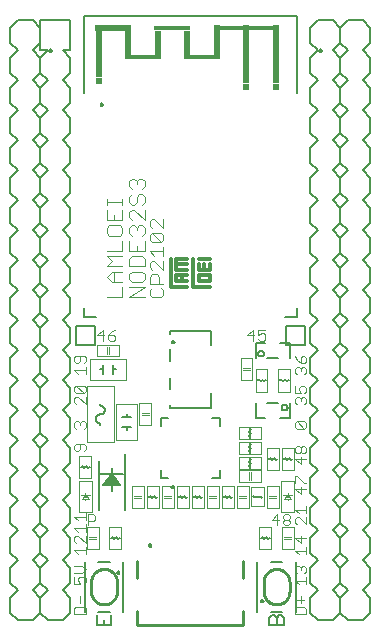
<source format=gto>
G75*
%MOIN*%
%OFA0B0*%
%FSLAX25Y25*%
%IPPOS*%
%LPD*%
%AMOC8*
5,1,8,0,0,1.08239X$1,22.5*
%
%ADD10C,0.00300*%
%ADD11C,0.00400*%
%ADD12C,0.00700*%
%ADD13C,0.00787*%
%ADD14C,0.00800*%
%ADD15C,0.01000*%
%ADD16C,0.00500*%
%ADD17C,0.00100*%
%ADD18C,0.00394*%
%ADD19C,0.00600*%
%ADD20C,0.01200*%
%ADD21R,0.02117X0.17521*%
%ADD22R,0.11867X0.01867*%
%ADD23R,0.02062X0.09639*%
%ADD24R,0.11874X0.01831*%
%ADD25R,0.02025X0.09616*%
%ADD26R,0.11856X0.01752*%
%ADD27R,0.01978X0.09612*%
%ADD28R,0.11822X0.01704*%
%ADD29R,0.01923X0.09572*%
%ADD30R,0.21593X0.01805*%
%ADD31R,0.01867X0.19540*%
%ADD32R,0.01900X0.19531*%
%ADD33R,0.01878X0.01846*%
%ADD34R,0.01913X0.01851*%
%ADD35R,0.02056X0.01859*%
%ADD36R,0.01931X0.05650*%
D10*
X0023480Y0007209D02*
X0023480Y0009060D01*
X0024097Y0009677D01*
X0026565Y0009677D01*
X0027183Y0009060D01*
X0027183Y0007209D01*
X0023480Y0007209D01*
X0025331Y0010892D02*
X0025331Y0013361D01*
X0025331Y0017209D02*
X0023480Y0017209D01*
X0023480Y0019677D01*
X0023480Y0020892D02*
X0025948Y0020892D01*
X0027183Y0022126D01*
X0025948Y0023361D01*
X0023480Y0023361D01*
X0024714Y0027209D02*
X0023480Y0028443D01*
X0027183Y0028443D01*
X0027183Y0027209D02*
X0027183Y0029677D01*
X0027183Y0030892D02*
X0024714Y0033361D01*
X0024097Y0033361D01*
X0023480Y0032743D01*
X0023480Y0031509D01*
X0024097Y0030892D01*
X0027183Y0030892D02*
X0027183Y0033361D01*
X0027183Y0034709D02*
X0027183Y0037177D01*
X0027925Y0036825D02*
X0027925Y0040528D01*
X0029776Y0040528D01*
X0030393Y0039911D01*
X0030393Y0038677D01*
X0029776Y0038059D01*
X0027925Y0038059D01*
X0027183Y0038392D02*
X0027183Y0040861D01*
X0027183Y0039626D02*
X0023480Y0039626D01*
X0024714Y0038392D01*
X0023480Y0035943D02*
X0027183Y0035943D01*
X0024714Y0034709D02*
X0023480Y0035943D01*
X0025331Y0019677D02*
X0024714Y0019060D01*
X0024714Y0018443D01*
X0025331Y0017209D01*
X0026565Y0017209D02*
X0027183Y0017826D01*
X0027183Y0019060D01*
X0026565Y0019677D01*
X0025331Y0019677D01*
X0024714Y0061517D02*
X0025331Y0062134D01*
X0025331Y0063986D01*
X0024097Y0063986D02*
X0023480Y0063368D01*
X0023480Y0062134D01*
X0024097Y0061517D01*
X0024714Y0061517D01*
X0024097Y0063986D02*
X0026565Y0063986D01*
X0027183Y0063368D01*
X0027183Y0062134D01*
X0026565Y0061517D01*
X0026565Y0069017D02*
X0027183Y0069634D01*
X0027183Y0070868D01*
X0026565Y0071486D01*
X0025948Y0071486D01*
X0025331Y0070868D01*
X0025331Y0070251D01*
X0025331Y0070868D02*
X0024714Y0071486D01*
X0024097Y0071486D01*
X0023480Y0070868D01*
X0023480Y0069634D01*
X0024097Y0069017D01*
X0024097Y0077209D02*
X0023480Y0077826D01*
X0023480Y0079060D01*
X0024097Y0079677D01*
X0024714Y0079677D01*
X0027183Y0077209D01*
X0027183Y0079677D01*
X0026565Y0080892D02*
X0024097Y0083361D01*
X0026565Y0083361D01*
X0027183Y0082743D01*
X0027183Y0081509D01*
X0026565Y0080892D01*
X0024097Y0080892D01*
X0023480Y0081509D01*
X0023480Y0082743D01*
X0024097Y0083361D01*
X0024714Y0087209D02*
X0023480Y0088443D01*
X0027183Y0088443D01*
X0027183Y0087209D02*
X0027183Y0089677D01*
X0026565Y0090892D02*
X0027183Y0091509D01*
X0027183Y0092743D01*
X0026565Y0093361D01*
X0024097Y0093361D01*
X0023480Y0092743D01*
X0023480Y0091509D01*
X0024097Y0090892D01*
X0024714Y0090892D01*
X0025331Y0091509D01*
X0025331Y0093361D01*
X0030983Y0100177D02*
X0033451Y0100177D01*
X0034666Y0100177D02*
X0036517Y0100177D01*
X0037135Y0099559D01*
X0037135Y0098942D01*
X0036517Y0098325D01*
X0035283Y0098325D01*
X0034666Y0098942D01*
X0034666Y0100177D01*
X0035900Y0101411D01*
X0037135Y0102028D01*
X0032834Y0102028D02*
X0032834Y0098325D01*
X0030983Y0100177D02*
X0032834Y0102028D01*
X0080983Y0100177D02*
X0083451Y0100177D01*
X0084666Y0100177D02*
X0084666Y0102028D01*
X0087135Y0102028D01*
X0086517Y0100794D02*
X0087135Y0100177D01*
X0087135Y0098942D01*
X0086517Y0098325D01*
X0085283Y0098325D01*
X0084666Y0098942D01*
X0084666Y0100177D02*
X0085900Y0100794D01*
X0086517Y0100794D01*
X0082834Y0102028D02*
X0082834Y0098325D01*
X0080983Y0100177D02*
X0082834Y0102028D01*
X0096980Y0093227D02*
X0097597Y0091993D01*
X0098831Y0090758D01*
X0098831Y0092610D01*
X0099448Y0093227D01*
X0100065Y0093227D01*
X0100683Y0092610D01*
X0100683Y0091375D01*
X0100065Y0090758D01*
X0098831Y0090758D01*
X0098214Y0089544D02*
X0097597Y0089544D01*
X0096980Y0088927D01*
X0096980Y0087692D01*
X0097597Y0087075D01*
X0098831Y0088309D02*
X0098831Y0088927D01*
X0099448Y0089544D01*
X0100065Y0089544D01*
X0100683Y0088927D01*
X0100683Y0087692D01*
X0100065Y0087075D01*
X0098831Y0088927D02*
X0098214Y0089544D01*
X0098831Y0083227D02*
X0100065Y0083227D01*
X0100683Y0082610D01*
X0100683Y0081375D01*
X0100065Y0080758D01*
X0100065Y0079544D02*
X0100683Y0078927D01*
X0100683Y0077692D01*
X0100065Y0077075D01*
X0098831Y0078309D02*
X0098831Y0078927D01*
X0099448Y0079544D01*
X0100065Y0079544D01*
X0098831Y0078927D02*
X0098214Y0079544D01*
X0097597Y0079544D01*
X0096980Y0078927D01*
X0096980Y0077692D01*
X0097597Y0077075D01*
X0096980Y0080758D02*
X0098831Y0080758D01*
X0098214Y0081993D01*
X0098214Y0082610D01*
X0098831Y0083227D01*
X0096980Y0083227D02*
X0096980Y0080758D01*
X0097597Y0071419D02*
X0100065Y0068950D01*
X0100683Y0069567D01*
X0100683Y0070802D01*
X0100065Y0071419D01*
X0097597Y0071419D01*
X0096980Y0070802D01*
X0096980Y0069567D01*
X0097597Y0068950D01*
X0100065Y0068950D01*
X0100065Y0063227D02*
X0100683Y0062610D01*
X0100683Y0061375D01*
X0100065Y0060758D01*
X0099448Y0060758D01*
X0098831Y0061375D01*
X0098831Y0062610D01*
X0099448Y0063227D01*
X0100065Y0063227D01*
X0098831Y0062610D02*
X0098214Y0063227D01*
X0097597Y0063227D01*
X0096980Y0062610D01*
X0096980Y0061375D01*
X0097597Y0060758D01*
X0098214Y0060758D01*
X0098831Y0061375D01*
X0098831Y0059544D02*
X0098831Y0057075D01*
X0096980Y0058927D01*
X0100683Y0058927D01*
X0097597Y0053227D02*
X0100065Y0050758D01*
X0100683Y0050758D01*
X0100683Y0048927D02*
X0096980Y0048927D01*
X0098831Y0047075D01*
X0098831Y0049544D01*
X0096980Y0050758D02*
X0096980Y0053227D01*
X0097597Y0053227D01*
X0100683Y0043227D02*
X0100683Y0040758D01*
X0100683Y0039544D02*
X0100683Y0037075D01*
X0098214Y0039544D01*
X0097597Y0039544D01*
X0096980Y0038927D01*
X0096980Y0037692D01*
X0097597Y0037075D01*
X0095393Y0037442D02*
X0094776Y0036825D01*
X0093542Y0036825D01*
X0092925Y0037442D01*
X0092925Y0038059D01*
X0093542Y0038677D01*
X0094776Y0038677D01*
X0095393Y0038059D01*
X0095393Y0037442D01*
X0094776Y0038677D02*
X0095393Y0039294D01*
X0095393Y0039911D01*
X0094776Y0040528D01*
X0093542Y0040528D01*
X0092925Y0039911D01*
X0092925Y0039294D01*
X0093542Y0038677D01*
X0091710Y0038677D02*
X0089241Y0038677D01*
X0091093Y0040528D01*
X0091093Y0036825D01*
X0096980Y0032610D02*
X0098831Y0030758D01*
X0098831Y0033227D01*
X0096980Y0032610D02*
X0100683Y0032610D01*
X0100683Y0029544D02*
X0100683Y0027075D01*
X0100683Y0028309D02*
X0096980Y0028309D01*
X0098214Y0027075D01*
X0098214Y0023227D02*
X0097597Y0023227D01*
X0096980Y0022610D01*
X0096980Y0021375D01*
X0097597Y0020758D01*
X0098831Y0021993D02*
X0098831Y0022610D01*
X0099448Y0023227D01*
X0100065Y0023227D01*
X0100683Y0022610D01*
X0100683Y0021375D01*
X0100065Y0020758D01*
X0100683Y0019544D02*
X0100683Y0017075D01*
X0100683Y0018309D02*
X0096980Y0018309D01*
X0098214Y0017075D01*
X0098831Y0013227D02*
X0098831Y0010758D01*
X0097597Y0009544D02*
X0096980Y0008927D01*
X0096980Y0007075D01*
X0100683Y0007075D01*
X0100683Y0008927D01*
X0100065Y0009544D01*
X0097597Y0009544D01*
X0097597Y0011993D02*
X0100065Y0011993D01*
X0098831Y0022610D02*
X0098214Y0023227D01*
X0098214Y0040758D02*
X0096980Y0041993D01*
X0100683Y0041993D01*
D11*
X0052365Y0112750D02*
X0053133Y0113517D01*
X0053133Y0115052D01*
X0052365Y0115819D01*
X0051598Y0117354D02*
X0051598Y0119656D01*
X0050831Y0120423D01*
X0049296Y0120423D01*
X0048529Y0119656D01*
X0048529Y0117354D01*
X0053133Y0117354D01*
X0052365Y0112750D02*
X0049296Y0112750D01*
X0048529Y0113517D01*
X0048529Y0115052D01*
X0049296Y0115819D01*
X0046883Y0116220D02*
X0041678Y0116220D01*
X0042546Y0117906D02*
X0041678Y0118774D01*
X0041678Y0120509D01*
X0042546Y0121376D01*
X0046015Y0121376D01*
X0046883Y0120509D01*
X0046883Y0118774D01*
X0046015Y0117906D01*
X0042546Y0117906D01*
X0041678Y0123063D02*
X0041678Y0125665D01*
X0042546Y0126532D01*
X0046015Y0126532D01*
X0046883Y0125665D01*
X0046883Y0123063D01*
X0041678Y0123063D01*
X0039383Y0123063D02*
X0034178Y0123063D01*
X0035913Y0124798D01*
X0034178Y0126532D01*
X0039383Y0126532D01*
X0039383Y0128219D02*
X0039383Y0131689D01*
X0038515Y0133376D02*
X0039383Y0134243D01*
X0039383Y0135978D01*
X0038515Y0136845D01*
X0035046Y0136845D01*
X0034178Y0135978D01*
X0034178Y0134243D01*
X0035046Y0133376D01*
X0038515Y0133376D01*
X0041678Y0134243D02*
X0041678Y0135978D01*
X0042546Y0136845D01*
X0043413Y0136845D01*
X0044280Y0135978D01*
X0045148Y0136845D01*
X0046015Y0136845D01*
X0046883Y0135978D01*
X0046883Y0134243D01*
X0046015Y0133376D01*
X0046883Y0131689D02*
X0046883Y0128219D01*
X0041678Y0128219D01*
X0041678Y0131689D01*
X0042546Y0133376D02*
X0041678Y0134243D01*
X0044280Y0135110D02*
X0044280Y0135978D01*
X0042546Y0138532D02*
X0041678Y0139399D01*
X0041678Y0141134D01*
X0042546Y0142002D01*
X0043413Y0142002D01*
X0046883Y0138532D01*
X0046883Y0142002D01*
X0046015Y0143688D02*
X0046883Y0144556D01*
X0046883Y0146291D01*
X0046015Y0147158D01*
X0045148Y0147158D01*
X0044280Y0146291D01*
X0044280Y0144556D01*
X0043413Y0143688D01*
X0042546Y0143688D01*
X0041678Y0144556D01*
X0041678Y0146291D01*
X0042546Y0147158D01*
X0042546Y0148845D02*
X0041678Y0149712D01*
X0041678Y0151447D01*
X0042546Y0152314D01*
X0043413Y0152314D01*
X0044280Y0151447D01*
X0045148Y0152314D01*
X0046015Y0152314D01*
X0046883Y0151447D01*
X0046883Y0149712D01*
X0046015Y0148845D01*
X0044280Y0150580D02*
X0044280Y0151447D01*
X0039383Y0145423D02*
X0039383Y0143688D01*
X0039383Y0144556D02*
X0034178Y0144556D01*
X0034178Y0145423D02*
X0034178Y0143688D01*
X0034178Y0142002D02*
X0034178Y0138532D01*
X0039383Y0138532D01*
X0039383Y0142002D01*
X0036780Y0140267D02*
X0036780Y0138532D01*
X0034178Y0128219D02*
X0039383Y0128219D01*
X0044280Y0128219D02*
X0044280Y0129954D01*
X0048529Y0128096D02*
X0053133Y0128096D01*
X0053133Y0126562D02*
X0053133Y0129631D01*
X0052365Y0131166D02*
X0049296Y0134235D01*
X0052365Y0134235D01*
X0053133Y0133468D01*
X0053133Y0131933D01*
X0052365Y0131166D01*
X0049296Y0131166D01*
X0048529Y0131933D01*
X0048529Y0133468D01*
X0049296Y0134235D01*
X0049296Y0135770D02*
X0048529Y0136537D01*
X0048529Y0138072D01*
X0049296Y0138839D01*
X0050063Y0138839D01*
X0053133Y0135770D01*
X0053133Y0138839D01*
X0048529Y0128096D02*
X0050063Y0126562D01*
X0050063Y0125027D02*
X0049296Y0125027D01*
X0048529Y0124260D01*
X0048529Y0122725D01*
X0049296Y0121958D01*
X0050063Y0125027D02*
X0053133Y0121958D01*
X0053133Y0125027D01*
X0046883Y0116220D02*
X0041678Y0112750D01*
X0046883Y0112750D01*
X0039383Y0112750D02*
X0039383Y0116220D01*
X0039383Y0117906D02*
X0035913Y0117906D01*
X0034178Y0119641D01*
X0035913Y0121376D01*
X0039383Y0121376D01*
X0036780Y0121376D02*
X0036780Y0117906D01*
X0034178Y0112750D02*
X0039383Y0112750D01*
D12*
X0035795Y0006794D02*
X0035795Y0003525D01*
X0030891Y0003525D01*
X0030891Y0006794D01*
X0033343Y0005160D02*
X0033343Y0003525D01*
X0088391Y0003525D02*
X0088391Y0005977D01*
X0089208Y0006794D01*
X0090026Y0006794D01*
X0090843Y0005977D01*
X0090843Y0003525D01*
X0090843Y0005977D02*
X0091660Y0006794D01*
X0092478Y0006794D01*
X0093295Y0005977D01*
X0093295Y0003525D01*
X0088391Y0003525D01*
D13*
X0085714Y0011576D02*
X0085716Y0011615D01*
X0085722Y0011654D01*
X0085732Y0011692D01*
X0085745Y0011729D01*
X0085762Y0011764D01*
X0085782Y0011798D01*
X0085806Y0011829D01*
X0085833Y0011858D01*
X0085862Y0011884D01*
X0085894Y0011907D01*
X0085928Y0011927D01*
X0085964Y0011943D01*
X0086001Y0011955D01*
X0086040Y0011964D01*
X0086079Y0011969D01*
X0086118Y0011970D01*
X0086157Y0011967D01*
X0086196Y0011960D01*
X0086233Y0011949D01*
X0086270Y0011935D01*
X0086305Y0011917D01*
X0086338Y0011896D01*
X0086369Y0011871D01*
X0086397Y0011844D01*
X0086422Y0011814D01*
X0086444Y0011781D01*
X0086463Y0011747D01*
X0086478Y0011711D01*
X0086490Y0011673D01*
X0086498Y0011635D01*
X0086502Y0011596D01*
X0086502Y0011556D01*
X0086498Y0011517D01*
X0086490Y0011479D01*
X0086478Y0011441D01*
X0086463Y0011405D01*
X0086444Y0011371D01*
X0086422Y0011338D01*
X0086397Y0011308D01*
X0086369Y0011281D01*
X0086338Y0011256D01*
X0086305Y0011235D01*
X0086270Y0011217D01*
X0086233Y0011203D01*
X0086196Y0011192D01*
X0086157Y0011185D01*
X0086118Y0011182D01*
X0086079Y0011183D01*
X0086040Y0011188D01*
X0086001Y0011197D01*
X0085964Y0011209D01*
X0085928Y0011225D01*
X0085894Y0011245D01*
X0085862Y0011268D01*
X0085833Y0011294D01*
X0085806Y0011323D01*
X0085782Y0011354D01*
X0085762Y0011388D01*
X0085745Y0011423D01*
X0085732Y0011460D01*
X0085722Y0011498D01*
X0085716Y0011537D01*
X0085714Y0011576D01*
X0055783Y0049558D02*
X0055785Y0049597D01*
X0055791Y0049636D01*
X0055801Y0049674D01*
X0055814Y0049711D01*
X0055831Y0049746D01*
X0055851Y0049780D01*
X0055875Y0049811D01*
X0055902Y0049840D01*
X0055931Y0049866D01*
X0055963Y0049889D01*
X0055997Y0049909D01*
X0056033Y0049925D01*
X0056070Y0049937D01*
X0056109Y0049946D01*
X0056148Y0049951D01*
X0056187Y0049952D01*
X0056226Y0049949D01*
X0056265Y0049942D01*
X0056302Y0049931D01*
X0056339Y0049917D01*
X0056374Y0049899D01*
X0056407Y0049878D01*
X0056438Y0049853D01*
X0056466Y0049826D01*
X0056491Y0049796D01*
X0056513Y0049763D01*
X0056532Y0049729D01*
X0056547Y0049693D01*
X0056559Y0049655D01*
X0056567Y0049617D01*
X0056571Y0049578D01*
X0056571Y0049538D01*
X0056567Y0049499D01*
X0056559Y0049461D01*
X0056547Y0049423D01*
X0056532Y0049387D01*
X0056513Y0049353D01*
X0056491Y0049320D01*
X0056466Y0049290D01*
X0056438Y0049263D01*
X0056407Y0049238D01*
X0056374Y0049217D01*
X0056339Y0049199D01*
X0056302Y0049185D01*
X0056265Y0049174D01*
X0056226Y0049167D01*
X0056187Y0049164D01*
X0056148Y0049165D01*
X0056109Y0049170D01*
X0056070Y0049179D01*
X0056033Y0049191D01*
X0055997Y0049207D01*
X0055963Y0049227D01*
X0055931Y0049250D01*
X0055902Y0049276D01*
X0055875Y0049305D01*
X0055851Y0049336D01*
X0055831Y0049370D01*
X0055814Y0049405D01*
X0055801Y0049442D01*
X0055791Y0049480D01*
X0055785Y0049519D01*
X0055783Y0049558D01*
X0048303Y0030050D02*
X0048305Y0030089D01*
X0048311Y0030128D01*
X0048321Y0030166D01*
X0048334Y0030203D01*
X0048351Y0030238D01*
X0048371Y0030272D01*
X0048395Y0030303D01*
X0048422Y0030332D01*
X0048451Y0030358D01*
X0048483Y0030381D01*
X0048517Y0030401D01*
X0048553Y0030417D01*
X0048590Y0030429D01*
X0048629Y0030438D01*
X0048668Y0030443D01*
X0048707Y0030444D01*
X0048746Y0030441D01*
X0048785Y0030434D01*
X0048822Y0030423D01*
X0048859Y0030409D01*
X0048894Y0030391D01*
X0048927Y0030370D01*
X0048958Y0030345D01*
X0048986Y0030318D01*
X0049011Y0030288D01*
X0049033Y0030255D01*
X0049052Y0030221D01*
X0049067Y0030185D01*
X0049079Y0030147D01*
X0049087Y0030109D01*
X0049091Y0030070D01*
X0049091Y0030030D01*
X0049087Y0029991D01*
X0049079Y0029953D01*
X0049067Y0029915D01*
X0049052Y0029879D01*
X0049033Y0029845D01*
X0049011Y0029812D01*
X0048986Y0029782D01*
X0048958Y0029755D01*
X0048927Y0029730D01*
X0048894Y0029709D01*
X0048859Y0029691D01*
X0048822Y0029677D01*
X0048785Y0029666D01*
X0048746Y0029659D01*
X0048707Y0029656D01*
X0048668Y0029657D01*
X0048629Y0029662D01*
X0048590Y0029671D01*
X0048553Y0029683D01*
X0048517Y0029699D01*
X0048483Y0029719D01*
X0048451Y0029742D01*
X0048422Y0029768D01*
X0048395Y0029797D01*
X0048371Y0029828D01*
X0048351Y0029862D01*
X0048334Y0029897D01*
X0048321Y0029934D01*
X0048311Y0029972D01*
X0048305Y0030011D01*
X0048303Y0030050D01*
X0037663Y0021024D02*
X0037665Y0021063D01*
X0037671Y0021102D01*
X0037681Y0021140D01*
X0037694Y0021177D01*
X0037711Y0021212D01*
X0037731Y0021246D01*
X0037755Y0021277D01*
X0037782Y0021306D01*
X0037811Y0021332D01*
X0037843Y0021355D01*
X0037877Y0021375D01*
X0037913Y0021391D01*
X0037950Y0021403D01*
X0037989Y0021412D01*
X0038028Y0021417D01*
X0038067Y0021418D01*
X0038106Y0021415D01*
X0038145Y0021408D01*
X0038182Y0021397D01*
X0038219Y0021383D01*
X0038254Y0021365D01*
X0038287Y0021344D01*
X0038318Y0021319D01*
X0038346Y0021292D01*
X0038371Y0021262D01*
X0038393Y0021229D01*
X0038412Y0021195D01*
X0038427Y0021159D01*
X0038439Y0021121D01*
X0038447Y0021083D01*
X0038451Y0021044D01*
X0038451Y0021004D01*
X0038447Y0020965D01*
X0038439Y0020927D01*
X0038427Y0020889D01*
X0038412Y0020853D01*
X0038393Y0020819D01*
X0038371Y0020786D01*
X0038346Y0020756D01*
X0038318Y0020729D01*
X0038287Y0020704D01*
X0038254Y0020683D01*
X0038219Y0020665D01*
X0038182Y0020651D01*
X0038145Y0020640D01*
X0038106Y0020633D01*
X0038067Y0020630D01*
X0038028Y0020631D01*
X0037989Y0020636D01*
X0037950Y0020645D01*
X0037913Y0020657D01*
X0037877Y0020673D01*
X0037843Y0020693D01*
X0037811Y0020716D01*
X0037782Y0020742D01*
X0037755Y0020771D01*
X0037731Y0020802D01*
X0037711Y0020836D01*
X0037694Y0020871D01*
X0037681Y0020908D01*
X0037671Y0020946D01*
X0037665Y0020985D01*
X0037663Y0021024D01*
X0056078Y0097855D02*
X0056080Y0097894D01*
X0056086Y0097933D01*
X0056096Y0097971D01*
X0056109Y0098008D01*
X0056126Y0098043D01*
X0056146Y0098077D01*
X0056170Y0098108D01*
X0056197Y0098137D01*
X0056226Y0098163D01*
X0056258Y0098186D01*
X0056292Y0098206D01*
X0056328Y0098222D01*
X0056365Y0098234D01*
X0056404Y0098243D01*
X0056443Y0098248D01*
X0056482Y0098249D01*
X0056521Y0098246D01*
X0056560Y0098239D01*
X0056597Y0098228D01*
X0056634Y0098214D01*
X0056669Y0098196D01*
X0056702Y0098175D01*
X0056733Y0098150D01*
X0056761Y0098123D01*
X0056786Y0098093D01*
X0056808Y0098060D01*
X0056827Y0098026D01*
X0056842Y0097990D01*
X0056854Y0097952D01*
X0056862Y0097914D01*
X0056866Y0097875D01*
X0056866Y0097835D01*
X0056862Y0097796D01*
X0056854Y0097758D01*
X0056842Y0097720D01*
X0056827Y0097684D01*
X0056808Y0097650D01*
X0056786Y0097617D01*
X0056761Y0097587D01*
X0056733Y0097560D01*
X0056702Y0097535D01*
X0056669Y0097514D01*
X0056634Y0097496D01*
X0056597Y0097482D01*
X0056560Y0097471D01*
X0056521Y0097464D01*
X0056482Y0097461D01*
X0056443Y0097462D01*
X0056404Y0097467D01*
X0056365Y0097476D01*
X0056328Y0097488D01*
X0056292Y0097504D01*
X0056258Y0097524D01*
X0056226Y0097547D01*
X0056197Y0097573D01*
X0056170Y0097602D01*
X0056146Y0097633D01*
X0056126Y0097667D01*
X0056109Y0097702D01*
X0056096Y0097739D01*
X0056086Y0097777D01*
X0056080Y0097816D01*
X0056078Y0097855D01*
X0032161Y0177009D02*
X0032163Y0177048D01*
X0032169Y0177087D01*
X0032179Y0177125D01*
X0032192Y0177162D01*
X0032209Y0177197D01*
X0032229Y0177231D01*
X0032253Y0177262D01*
X0032280Y0177291D01*
X0032309Y0177317D01*
X0032341Y0177340D01*
X0032375Y0177360D01*
X0032411Y0177376D01*
X0032448Y0177388D01*
X0032487Y0177397D01*
X0032526Y0177402D01*
X0032565Y0177403D01*
X0032604Y0177400D01*
X0032643Y0177393D01*
X0032680Y0177382D01*
X0032717Y0177368D01*
X0032752Y0177350D01*
X0032785Y0177329D01*
X0032816Y0177304D01*
X0032844Y0177277D01*
X0032869Y0177247D01*
X0032891Y0177214D01*
X0032910Y0177180D01*
X0032925Y0177144D01*
X0032937Y0177106D01*
X0032945Y0177068D01*
X0032949Y0177029D01*
X0032949Y0176989D01*
X0032945Y0176950D01*
X0032937Y0176912D01*
X0032925Y0176874D01*
X0032910Y0176838D01*
X0032891Y0176804D01*
X0032869Y0176771D01*
X0032844Y0176741D01*
X0032816Y0176714D01*
X0032785Y0176689D01*
X0032752Y0176668D01*
X0032717Y0176650D01*
X0032680Y0176636D01*
X0032643Y0176625D01*
X0032604Y0176618D01*
X0032565Y0176615D01*
X0032526Y0176616D01*
X0032487Y0176621D01*
X0032448Y0176630D01*
X0032411Y0176642D01*
X0032375Y0176658D01*
X0032341Y0176678D01*
X0032309Y0176701D01*
X0032280Y0176727D01*
X0032253Y0176756D01*
X0032229Y0176787D01*
X0032209Y0176821D01*
X0032192Y0176856D01*
X0032179Y0176893D01*
X0032169Y0176931D01*
X0032163Y0176970D01*
X0032161Y0177009D01*
X0015126Y0195050D02*
X0015128Y0195089D01*
X0015134Y0195128D01*
X0015144Y0195166D01*
X0015157Y0195203D01*
X0015174Y0195238D01*
X0015194Y0195272D01*
X0015218Y0195303D01*
X0015245Y0195332D01*
X0015274Y0195358D01*
X0015306Y0195381D01*
X0015340Y0195401D01*
X0015376Y0195417D01*
X0015413Y0195429D01*
X0015452Y0195438D01*
X0015491Y0195443D01*
X0015530Y0195444D01*
X0015569Y0195441D01*
X0015608Y0195434D01*
X0015645Y0195423D01*
X0015682Y0195409D01*
X0015717Y0195391D01*
X0015750Y0195370D01*
X0015781Y0195345D01*
X0015809Y0195318D01*
X0015834Y0195288D01*
X0015856Y0195255D01*
X0015875Y0195221D01*
X0015890Y0195185D01*
X0015902Y0195147D01*
X0015910Y0195109D01*
X0015914Y0195070D01*
X0015914Y0195030D01*
X0015910Y0194991D01*
X0015902Y0194953D01*
X0015890Y0194915D01*
X0015875Y0194879D01*
X0015856Y0194845D01*
X0015834Y0194812D01*
X0015809Y0194782D01*
X0015781Y0194755D01*
X0015750Y0194730D01*
X0015717Y0194709D01*
X0015682Y0194691D01*
X0015645Y0194677D01*
X0015608Y0194666D01*
X0015569Y0194659D01*
X0015530Y0194656D01*
X0015491Y0194657D01*
X0015452Y0194662D01*
X0015413Y0194671D01*
X0015376Y0194683D01*
X0015340Y0194699D01*
X0015306Y0194719D01*
X0015274Y0194742D01*
X0015245Y0194768D01*
X0015218Y0194797D01*
X0015194Y0194828D01*
X0015174Y0194862D01*
X0015157Y0194897D01*
X0015144Y0194934D01*
X0015134Y0194972D01*
X0015128Y0195011D01*
X0015126Y0195050D01*
X0105126Y0195050D02*
X0105128Y0195089D01*
X0105134Y0195128D01*
X0105144Y0195166D01*
X0105157Y0195203D01*
X0105174Y0195238D01*
X0105194Y0195272D01*
X0105218Y0195303D01*
X0105245Y0195332D01*
X0105274Y0195358D01*
X0105306Y0195381D01*
X0105340Y0195401D01*
X0105376Y0195417D01*
X0105413Y0195429D01*
X0105452Y0195438D01*
X0105491Y0195443D01*
X0105530Y0195444D01*
X0105569Y0195441D01*
X0105608Y0195434D01*
X0105645Y0195423D01*
X0105682Y0195409D01*
X0105717Y0195391D01*
X0105750Y0195370D01*
X0105781Y0195345D01*
X0105809Y0195318D01*
X0105834Y0195288D01*
X0105856Y0195255D01*
X0105875Y0195221D01*
X0105890Y0195185D01*
X0105902Y0195147D01*
X0105910Y0195109D01*
X0105914Y0195070D01*
X0105914Y0195030D01*
X0105910Y0194991D01*
X0105902Y0194953D01*
X0105890Y0194915D01*
X0105875Y0194879D01*
X0105856Y0194845D01*
X0105834Y0194812D01*
X0105809Y0194782D01*
X0105781Y0194755D01*
X0105750Y0194730D01*
X0105717Y0194709D01*
X0105682Y0194691D01*
X0105645Y0194677D01*
X0105608Y0194666D01*
X0105569Y0194659D01*
X0105530Y0194656D01*
X0105491Y0194657D01*
X0105452Y0194662D01*
X0105413Y0194671D01*
X0105376Y0194683D01*
X0105340Y0194699D01*
X0105306Y0194719D01*
X0105274Y0194742D01*
X0105245Y0194768D01*
X0105218Y0194797D01*
X0105194Y0194828D01*
X0105174Y0194862D01*
X0105157Y0194897D01*
X0105144Y0194934D01*
X0105134Y0194972D01*
X0105128Y0195011D01*
X0105126Y0195050D01*
D14*
X0002083Y0007550D02*
X0004583Y0005050D01*
X0009583Y0005050D01*
X0012083Y0007550D01*
X0012083Y0012550D01*
X0009583Y0015050D01*
X0012083Y0017550D01*
X0012083Y0022550D01*
X0009583Y0025050D01*
X0012083Y0027550D01*
X0012083Y0032550D01*
X0009583Y0035050D01*
X0012083Y0037550D01*
X0012083Y0042550D01*
X0009583Y0045050D01*
X0012083Y0047550D01*
X0012083Y0052550D01*
X0009583Y0055050D01*
X0012083Y0057550D01*
X0012083Y0062550D01*
X0009583Y0065050D01*
X0012083Y0067550D01*
X0012083Y0072550D01*
X0009583Y0075050D01*
X0012083Y0077550D01*
X0012083Y0082550D01*
X0009583Y0085050D01*
X0012083Y0087550D01*
X0012083Y0092550D01*
X0009583Y0095050D01*
X0012083Y0097550D01*
X0012083Y0102550D01*
X0009583Y0105050D01*
X0012083Y0107550D01*
X0012083Y0112550D01*
X0009583Y0115050D01*
X0012083Y0117550D01*
X0012083Y0122550D01*
X0009583Y0125050D01*
X0012083Y0127550D01*
X0012083Y0132550D01*
X0009583Y0135050D01*
X0012083Y0137550D01*
X0012083Y0142550D01*
X0009583Y0145050D01*
X0012083Y0147550D01*
X0012083Y0152550D01*
X0009583Y0155050D01*
X0012083Y0157550D01*
X0012083Y0162550D01*
X0009583Y0165050D01*
X0012083Y0167550D01*
X0012083Y0172550D01*
X0009583Y0175050D01*
X0012083Y0177550D01*
X0012083Y0182550D01*
X0009583Y0185050D01*
X0012083Y0187550D01*
X0012083Y0192550D01*
X0009583Y0195050D01*
X0012083Y0197550D01*
X0012083Y0202550D01*
X0009583Y0205050D01*
X0004583Y0205050D01*
X0002083Y0202550D01*
X0002083Y0197550D01*
X0004583Y0195050D01*
X0002083Y0192550D01*
X0002083Y0187550D01*
X0004583Y0185050D01*
X0002083Y0182550D01*
X0002083Y0177550D01*
X0004583Y0175050D01*
X0002083Y0172550D01*
X0002083Y0167550D01*
X0004583Y0165050D01*
X0002083Y0162550D01*
X0002083Y0157550D01*
X0004583Y0155050D01*
X0002083Y0152550D01*
X0002083Y0147550D01*
X0004583Y0145050D01*
X0002083Y0142550D01*
X0002083Y0137550D01*
X0004583Y0135050D01*
X0002083Y0132550D01*
X0002083Y0127550D01*
X0004583Y0125050D01*
X0002083Y0122550D01*
X0002083Y0117550D01*
X0004583Y0115050D01*
X0002083Y0112550D01*
X0002083Y0107550D01*
X0004583Y0105050D01*
X0002083Y0102550D01*
X0002083Y0097550D01*
X0004583Y0095050D01*
X0002083Y0092550D01*
X0002083Y0087550D01*
X0004583Y0085050D01*
X0002083Y0082550D01*
X0002083Y0077550D01*
X0004583Y0075050D01*
X0002083Y0072550D01*
X0002083Y0067550D01*
X0004583Y0065050D01*
X0002083Y0062550D01*
X0002083Y0057550D01*
X0004583Y0055050D01*
X0002083Y0052550D01*
X0002083Y0047550D01*
X0004583Y0045050D01*
X0002083Y0042550D01*
X0002083Y0037550D01*
X0004583Y0035050D01*
X0002083Y0032550D01*
X0002083Y0027550D01*
X0004583Y0025050D01*
X0002083Y0022550D01*
X0002083Y0017550D01*
X0004583Y0015050D01*
X0002083Y0012550D01*
X0002083Y0007550D01*
X0012083Y0007550D02*
X0014583Y0005050D01*
X0019583Y0005050D01*
X0022083Y0007550D01*
X0022083Y0012550D01*
X0019583Y0015050D01*
X0022083Y0017550D01*
X0022083Y0022550D01*
X0019583Y0025050D01*
X0022083Y0027550D01*
X0022083Y0032550D01*
X0019583Y0035050D01*
X0022083Y0037550D01*
X0022083Y0042550D01*
X0019583Y0045050D01*
X0022083Y0047550D01*
X0022083Y0052550D01*
X0019583Y0055050D01*
X0022083Y0057550D01*
X0022083Y0062550D01*
X0019583Y0065050D01*
X0022083Y0067550D01*
X0022083Y0072550D01*
X0019583Y0075050D01*
X0022083Y0077550D01*
X0022083Y0082550D01*
X0019583Y0085050D01*
X0022083Y0087550D01*
X0022083Y0092550D01*
X0019583Y0095050D01*
X0022083Y0097550D01*
X0022083Y0102550D01*
X0019583Y0105050D01*
X0022083Y0107550D01*
X0022083Y0112550D01*
X0019583Y0115050D01*
X0022083Y0117550D01*
X0022083Y0122550D01*
X0019583Y0125050D01*
X0022083Y0127550D01*
X0022083Y0132550D01*
X0019583Y0135050D01*
X0022083Y0137550D01*
X0022083Y0142550D01*
X0019583Y0145050D01*
X0022083Y0147550D01*
X0022083Y0152550D01*
X0019583Y0155050D01*
X0022083Y0157550D01*
X0022083Y0162550D01*
X0019583Y0165050D01*
X0022083Y0167550D01*
X0022083Y0172550D01*
X0019583Y0175050D01*
X0022083Y0177550D01*
X0022083Y0182550D01*
X0019583Y0185050D01*
X0022083Y0187550D01*
X0022083Y0192550D01*
X0019583Y0195050D01*
X0022083Y0195050D01*
X0022083Y0205050D01*
X0019583Y0205050D01*
X0014583Y0205050D01*
X0012083Y0205050D01*
X0012083Y0195050D01*
X0014583Y0195050D01*
X0012083Y0192550D01*
X0012083Y0187550D01*
X0014583Y0185050D01*
X0012083Y0182550D01*
X0012083Y0177550D01*
X0014583Y0175050D01*
X0012083Y0172550D01*
X0012083Y0167550D01*
X0014583Y0165050D01*
X0012083Y0162550D01*
X0012083Y0157550D01*
X0014583Y0155050D01*
X0012083Y0152550D01*
X0012083Y0147550D01*
X0014583Y0145050D01*
X0012083Y0142550D01*
X0012083Y0137550D01*
X0014583Y0135050D01*
X0012083Y0132550D01*
X0012083Y0127550D01*
X0014583Y0125050D01*
X0012083Y0122550D01*
X0012083Y0117550D01*
X0014583Y0115050D01*
X0012083Y0112550D01*
X0012083Y0107550D01*
X0014583Y0105050D01*
X0012083Y0102550D01*
X0012083Y0097550D01*
X0014583Y0095050D01*
X0012083Y0092550D01*
X0012083Y0087550D01*
X0014583Y0085050D01*
X0012083Y0082550D01*
X0012083Y0077550D01*
X0014583Y0075050D01*
X0012083Y0072550D01*
X0012083Y0067550D01*
X0014583Y0065050D01*
X0012083Y0062550D01*
X0012083Y0057550D01*
X0014583Y0055050D01*
X0012083Y0052550D01*
X0012083Y0047550D01*
X0014583Y0045050D01*
X0012083Y0042550D01*
X0012083Y0037550D01*
X0014583Y0035050D01*
X0012083Y0032550D01*
X0012083Y0027550D01*
X0014583Y0025050D01*
X0012083Y0022550D01*
X0012083Y0017550D01*
X0014583Y0015050D01*
X0012083Y0012550D01*
X0012083Y0007550D01*
X0102083Y0007550D02*
X0104583Y0005050D01*
X0109583Y0005050D01*
X0112083Y0007550D01*
X0114583Y0005050D01*
X0119583Y0005050D01*
X0122083Y0007550D01*
X0122083Y0012550D01*
X0119583Y0015050D01*
X0122083Y0017550D01*
X0122083Y0022550D01*
X0119583Y0025050D01*
X0122083Y0027550D01*
X0122083Y0032550D01*
X0119583Y0035050D01*
X0122083Y0037550D01*
X0122083Y0042550D01*
X0119583Y0045050D01*
X0122083Y0047550D01*
X0122083Y0052550D01*
X0119583Y0055050D01*
X0122083Y0057550D01*
X0122083Y0062550D01*
X0119583Y0065050D01*
X0122083Y0067550D01*
X0122083Y0072550D01*
X0119583Y0075050D01*
X0122083Y0077550D01*
X0122083Y0082550D01*
X0119583Y0085050D01*
X0122083Y0087550D01*
X0122083Y0092550D01*
X0119583Y0095050D01*
X0122083Y0097550D01*
X0122083Y0102550D01*
X0119583Y0105050D01*
X0122083Y0107550D01*
X0122083Y0112550D01*
X0119583Y0115050D01*
X0122083Y0117550D01*
X0122083Y0122550D01*
X0119583Y0125050D01*
X0122083Y0127550D01*
X0122083Y0132550D01*
X0119583Y0135050D01*
X0122083Y0137550D01*
X0122083Y0142550D01*
X0119583Y0145050D01*
X0122083Y0147550D01*
X0122083Y0152550D01*
X0119583Y0155050D01*
X0122083Y0157550D01*
X0122083Y0162550D01*
X0119583Y0165050D01*
X0122083Y0167550D01*
X0122083Y0172550D01*
X0119583Y0175050D01*
X0122083Y0177550D01*
X0122083Y0182550D01*
X0119583Y0185050D01*
X0122083Y0187550D01*
X0122083Y0192550D01*
X0119583Y0195050D01*
X0122083Y0197550D01*
X0122083Y0202550D01*
X0119583Y0205050D01*
X0114583Y0205050D01*
X0112083Y0202550D01*
X0112083Y0197550D01*
X0114583Y0195050D01*
X0112083Y0192550D01*
X0112083Y0187550D01*
X0114583Y0185050D01*
X0112083Y0182550D01*
X0112083Y0177550D01*
X0114583Y0175050D01*
X0112083Y0172550D01*
X0112083Y0167550D01*
X0114583Y0165050D01*
X0112083Y0162550D01*
X0112083Y0157550D01*
X0114583Y0155050D01*
X0112083Y0152550D01*
X0112083Y0147550D01*
X0114583Y0145050D01*
X0112083Y0142550D01*
X0112083Y0137550D01*
X0114583Y0135050D01*
X0112083Y0132550D01*
X0112083Y0127550D01*
X0114583Y0125050D01*
X0112083Y0122550D01*
X0112083Y0117550D01*
X0114583Y0115050D01*
X0112083Y0112550D01*
X0112083Y0107550D01*
X0114583Y0105050D01*
X0112083Y0102550D01*
X0112083Y0097550D01*
X0114583Y0095050D01*
X0112083Y0092550D01*
X0112083Y0087550D01*
X0114583Y0085050D01*
X0112083Y0082550D01*
X0112083Y0077550D01*
X0114583Y0075050D01*
X0112083Y0072550D01*
X0112083Y0067550D01*
X0114583Y0065050D01*
X0112083Y0062550D01*
X0112083Y0057550D01*
X0114583Y0055050D01*
X0112083Y0052550D01*
X0112083Y0047550D01*
X0114583Y0045050D01*
X0112083Y0042550D01*
X0112083Y0037550D01*
X0114583Y0035050D01*
X0112083Y0032550D01*
X0112083Y0027550D01*
X0114583Y0025050D01*
X0112083Y0022550D01*
X0112083Y0017550D01*
X0114583Y0015050D01*
X0112083Y0012550D01*
X0112083Y0007550D01*
X0112083Y0012550D01*
X0109583Y0015050D01*
X0112083Y0017550D01*
X0112083Y0022550D01*
X0109583Y0025050D01*
X0112083Y0027550D01*
X0112083Y0032550D01*
X0109583Y0035050D01*
X0112083Y0037550D01*
X0112083Y0042550D01*
X0109583Y0045050D01*
X0112083Y0047550D01*
X0112083Y0052550D01*
X0109583Y0055050D01*
X0112083Y0057550D01*
X0112083Y0062550D01*
X0109583Y0065050D01*
X0112083Y0067550D01*
X0112083Y0072550D01*
X0109583Y0075050D01*
X0112083Y0077550D01*
X0112083Y0082550D01*
X0109583Y0085050D01*
X0112083Y0087550D01*
X0112083Y0092550D01*
X0109583Y0095050D01*
X0112083Y0097550D01*
X0112083Y0102550D01*
X0109583Y0105050D01*
X0112083Y0107550D01*
X0112083Y0112550D01*
X0109583Y0115050D01*
X0112083Y0117550D01*
X0112083Y0122550D01*
X0109583Y0125050D01*
X0112083Y0127550D01*
X0112083Y0132550D01*
X0109583Y0135050D01*
X0112083Y0137550D01*
X0112083Y0142550D01*
X0109583Y0145050D01*
X0112083Y0147550D01*
X0112083Y0152550D01*
X0109583Y0155050D01*
X0112083Y0157550D01*
X0112083Y0162550D01*
X0109583Y0165050D01*
X0112083Y0167550D01*
X0112083Y0172550D01*
X0109583Y0175050D01*
X0112083Y0177550D01*
X0112083Y0182550D01*
X0109583Y0185050D01*
X0112083Y0187550D01*
X0112083Y0192550D01*
X0109583Y0195050D01*
X0112083Y0197550D01*
X0112083Y0202550D01*
X0109583Y0205050D01*
X0104583Y0205050D01*
X0102083Y0202550D01*
X0102083Y0197550D01*
X0104583Y0195050D01*
X0102083Y0192550D01*
X0102083Y0187550D01*
X0104583Y0185050D01*
X0102083Y0182550D01*
X0102083Y0177550D01*
X0104583Y0175050D01*
X0102083Y0172550D01*
X0102083Y0167550D01*
X0104583Y0165050D01*
X0102083Y0162550D01*
X0102083Y0157550D01*
X0104583Y0155050D01*
X0102083Y0152550D01*
X0102083Y0147550D01*
X0104583Y0145050D01*
X0102083Y0142550D01*
X0102083Y0137550D01*
X0104583Y0135050D01*
X0102083Y0132550D01*
X0102083Y0127550D01*
X0104583Y0125050D01*
X0102083Y0122550D01*
X0102083Y0117550D01*
X0104583Y0115050D01*
X0102083Y0112550D01*
X0102083Y0107550D01*
X0104583Y0105050D01*
X0102083Y0102550D01*
X0102083Y0097550D01*
X0104583Y0095050D01*
X0102083Y0092550D01*
X0102083Y0087550D01*
X0104583Y0085050D01*
X0102083Y0082550D01*
X0102083Y0077550D01*
X0104583Y0075050D01*
X0102083Y0072550D01*
X0102083Y0067550D01*
X0104583Y0065050D01*
X0102083Y0062550D01*
X0102083Y0057550D01*
X0104583Y0055050D01*
X0102083Y0052550D01*
X0102083Y0047550D01*
X0104583Y0045050D01*
X0102083Y0042550D01*
X0102083Y0037550D01*
X0104583Y0035050D01*
X0102083Y0032550D01*
X0102083Y0027550D01*
X0104583Y0025050D01*
X0102083Y0022550D01*
X0102083Y0017550D01*
X0104583Y0015050D01*
X0102083Y0012550D01*
X0102083Y0007550D01*
D15*
X0095163Y0014725D02*
X0095163Y0017875D01*
X0095164Y0017875D02*
X0095162Y0018006D01*
X0095156Y0018136D01*
X0095146Y0018267D01*
X0095132Y0018397D01*
X0095115Y0018527D01*
X0095093Y0018656D01*
X0095068Y0018784D01*
X0095038Y0018911D01*
X0095005Y0019038D01*
X0094968Y0019163D01*
X0094927Y0019288D01*
X0094883Y0019411D01*
X0094834Y0019532D01*
X0094782Y0019652D01*
X0094727Y0019771D01*
X0094668Y0019888D01*
X0094605Y0020003D01*
X0094539Y0020116D01*
X0094470Y0020227D01*
X0094397Y0020335D01*
X0094321Y0020442D01*
X0094242Y0020546D01*
X0094160Y0020648D01*
X0094075Y0020747D01*
X0093987Y0020844D01*
X0093895Y0020937D01*
X0093802Y0021029D01*
X0093705Y0021117D01*
X0093606Y0021202D01*
X0093504Y0021284D01*
X0093400Y0021363D01*
X0093293Y0021439D01*
X0093185Y0021512D01*
X0093074Y0021581D01*
X0092961Y0021647D01*
X0092846Y0021710D01*
X0092729Y0021769D01*
X0092610Y0021824D01*
X0092490Y0021876D01*
X0092369Y0021925D01*
X0092246Y0021969D01*
X0092121Y0022010D01*
X0091996Y0022047D01*
X0091869Y0022080D01*
X0091742Y0022110D01*
X0091614Y0022135D01*
X0091485Y0022157D01*
X0091355Y0022174D01*
X0091225Y0022188D01*
X0091094Y0022198D01*
X0090964Y0022204D01*
X0090833Y0022206D01*
X0090702Y0022204D01*
X0090572Y0022198D01*
X0090441Y0022188D01*
X0090311Y0022174D01*
X0090181Y0022157D01*
X0090052Y0022135D01*
X0089924Y0022110D01*
X0089797Y0022080D01*
X0089670Y0022047D01*
X0089545Y0022010D01*
X0089420Y0021969D01*
X0089297Y0021925D01*
X0089176Y0021876D01*
X0089056Y0021824D01*
X0088937Y0021769D01*
X0088820Y0021710D01*
X0088705Y0021647D01*
X0088592Y0021581D01*
X0088481Y0021512D01*
X0088373Y0021439D01*
X0088266Y0021363D01*
X0088162Y0021284D01*
X0088060Y0021202D01*
X0087961Y0021117D01*
X0087864Y0021029D01*
X0087771Y0020937D01*
X0087679Y0020844D01*
X0087591Y0020747D01*
X0087506Y0020648D01*
X0087424Y0020546D01*
X0087345Y0020442D01*
X0087269Y0020335D01*
X0087196Y0020227D01*
X0087127Y0020116D01*
X0087061Y0020003D01*
X0086998Y0019888D01*
X0086939Y0019771D01*
X0086884Y0019652D01*
X0086832Y0019532D01*
X0086783Y0019411D01*
X0086739Y0019288D01*
X0086698Y0019163D01*
X0086661Y0019038D01*
X0086628Y0018911D01*
X0086598Y0018784D01*
X0086573Y0018656D01*
X0086551Y0018527D01*
X0086534Y0018397D01*
X0086520Y0018267D01*
X0086510Y0018136D01*
X0086504Y0018006D01*
X0086502Y0017875D01*
X0086502Y0014725D01*
X0090833Y0010394D02*
X0090964Y0010396D01*
X0091094Y0010402D01*
X0091225Y0010412D01*
X0091355Y0010426D01*
X0091485Y0010443D01*
X0091614Y0010465D01*
X0091742Y0010490D01*
X0091869Y0010520D01*
X0091996Y0010553D01*
X0092121Y0010590D01*
X0092246Y0010631D01*
X0092369Y0010675D01*
X0092490Y0010724D01*
X0092610Y0010776D01*
X0092729Y0010831D01*
X0092846Y0010890D01*
X0092961Y0010953D01*
X0093074Y0011019D01*
X0093185Y0011088D01*
X0093293Y0011161D01*
X0093400Y0011237D01*
X0093504Y0011316D01*
X0093606Y0011398D01*
X0093705Y0011483D01*
X0093802Y0011571D01*
X0093895Y0011663D01*
X0093987Y0011756D01*
X0094075Y0011853D01*
X0094160Y0011952D01*
X0094242Y0012054D01*
X0094321Y0012158D01*
X0094397Y0012265D01*
X0094470Y0012373D01*
X0094539Y0012484D01*
X0094605Y0012597D01*
X0094668Y0012712D01*
X0094727Y0012829D01*
X0094782Y0012948D01*
X0094834Y0013068D01*
X0094883Y0013189D01*
X0094927Y0013312D01*
X0094968Y0013437D01*
X0095005Y0013562D01*
X0095038Y0013689D01*
X0095068Y0013816D01*
X0095093Y0013944D01*
X0095115Y0014073D01*
X0095132Y0014203D01*
X0095146Y0014333D01*
X0095156Y0014464D01*
X0095162Y0014594D01*
X0095164Y0014725D01*
X0090833Y0010394D02*
X0090702Y0010396D01*
X0090572Y0010402D01*
X0090441Y0010412D01*
X0090311Y0010426D01*
X0090181Y0010443D01*
X0090052Y0010465D01*
X0089924Y0010490D01*
X0089797Y0010520D01*
X0089670Y0010553D01*
X0089545Y0010590D01*
X0089420Y0010631D01*
X0089297Y0010675D01*
X0089176Y0010724D01*
X0089056Y0010776D01*
X0088937Y0010831D01*
X0088820Y0010890D01*
X0088705Y0010953D01*
X0088592Y0011019D01*
X0088481Y0011088D01*
X0088373Y0011161D01*
X0088266Y0011237D01*
X0088162Y0011316D01*
X0088060Y0011398D01*
X0087961Y0011483D01*
X0087864Y0011571D01*
X0087771Y0011663D01*
X0087679Y0011756D01*
X0087591Y0011853D01*
X0087506Y0011952D01*
X0087424Y0012054D01*
X0087345Y0012158D01*
X0087269Y0012265D01*
X0087196Y0012373D01*
X0087127Y0012484D01*
X0087061Y0012597D01*
X0086998Y0012712D01*
X0086939Y0012829D01*
X0086884Y0012948D01*
X0086832Y0013068D01*
X0086783Y0013189D01*
X0086739Y0013312D01*
X0086698Y0013437D01*
X0086661Y0013562D01*
X0086628Y0013689D01*
X0086598Y0013816D01*
X0086573Y0013944D01*
X0086551Y0014073D01*
X0086534Y0014203D01*
X0086520Y0014333D01*
X0086510Y0014464D01*
X0086504Y0014594D01*
X0086502Y0014725D01*
X0079681Y0019105D02*
X0079681Y0024774D01*
X0079681Y0008318D02*
X0079681Y0003475D01*
X0044484Y0003475D01*
X0044484Y0008318D01*
X0037663Y0014725D02*
X0037663Y0017875D01*
X0033333Y0022206D02*
X0033202Y0022204D01*
X0033072Y0022198D01*
X0032941Y0022188D01*
X0032811Y0022174D01*
X0032681Y0022157D01*
X0032552Y0022135D01*
X0032424Y0022110D01*
X0032297Y0022080D01*
X0032170Y0022047D01*
X0032045Y0022010D01*
X0031920Y0021969D01*
X0031797Y0021925D01*
X0031676Y0021876D01*
X0031556Y0021824D01*
X0031437Y0021769D01*
X0031320Y0021710D01*
X0031205Y0021647D01*
X0031092Y0021581D01*
X0030981Y0021512D01*
X0030873Y0021439D01*
X0030766Y0021363D01*
X0030662Y0021284D01*
X0030560Y0021202D01*
X0030461Y0021117D01*
X0030364Y0021029D01*
X0030271Y0020937D01*
X0030179Y0020844D01*
X0030091Y0020747D01*
X0030006Y0020648D01*
X0029924Y0020546D01*
X0029845Y0020442D01*
X0029769Y0020335D01*
X0029696Y0020227D01*
X0029627Y0020116D01*
X0029561Y0020003D01*
X0029498Y0019888D01*
X0029439Y0019771D01*
X0029384Y0019652D01*
X0029332Y0019532D01*
X0029283Y0019411D01*
X0029239Y0019288D01*
X0029198Y0019163D01*
X0029161Y0019038D01*
X0029128Y0018911D01*
X0029098Y0018784D01*
X0029073Y0018656D01*
X0029051Y0018527D01*
X0029034Y0018397D01*
X0029020Y0018267D01*
X0029010Y0018136D01*
X0029004Y0018006D01*
X0029002Y0017875D01*
X0029002Y0014725D01*
X0029004Y0014594D01*
X0029010Y0014464D01*
X0029020Y0014333D01*
X0029034Y0014203D01*
X0029051Y0014073D01*
X0029073Y0013944D01*
X0029098Y0013816D01*
X0029128Y0013689D01*
X0029161Y0013562D01*
X0029198Y0013437D01*
X0029239Y0013312D01*
X0029283Y0013189D01*
X0029332Y0013068D01*
X0029384Y0012948D01*
X0029439Y0012829D01*
X0029498Y0012712D01*
X0029561Y0012597D01*
X0029627Y0012484D01*
X0029696Y0012373D01*
X0029769Y0012265D01*
X0029845Y0012158D01*
X0029924Y0012054D01*
X0030006Y0011952D01*
X0030091Y0011853D01*
X0030179Y0011756D01*
X0030271Y0011663D01*
X0030364Y0011571D01*
X0030461Y0011483D01*
X0030560Y0011398D01*
X0030662Y0011316D01*
X0030766Y0011237D01*
X0030873Y0011161D01*
X0030981Y0011088D01*
X0031092Y0011019D01*
X0031205Y0010953D01*
X0031320Y0010890D01*
X0031437Y0010831D01*
X0031556Y0010776D01*
X0031676Y0010724D01*
X0031797Y0010675D01*
X0031920Y0010631D01*
X0032045Y0010590D01*
X0032170Y0010553D01*
X0032297Y0010520D01*
X0032424Y0010490D01*
X0032552Y0010465D01*
X0032681Y0010443D01*
X0032811Y0010426D01*
X0032941Y0010412D01*
X0033072Y0010402D01*
X0033202Y0010396D01*
X0033333Y0010394D01*
X0033464Y0010396D01*
X0033594Y0010402D01*
X0033725Y0010412D01*
X0033855Y0010426D01*
X0033985Y0010443D01*
X0034114Y0010465D01*
X0034242Y0010490D01*
X0034369Y0010520D01*
X0034496Y0010553D01*
X0034621Y0010590D01*
X0034746Y0010631D01*
X0034869Y0010675D01*
X0034990Y0010724D01*
X0035110Y0010776D01*
X0035229Y0010831D01*
X0035346Y0010890D01*
X0035461Y0010953D01*
X0035574Y0011019D01*
X0035685Y0011088D01*
X0035793Y0011161D01*
X0035900Y0011237D01*
X0036004Y0011316D01*
X0036106Y0011398D01*
X0036205Y0011483D01*
X0036302Y0011571D01*
X0036395Y0011663D01*
X0036487Y0011756D01*
X0036575Y0011853D01*
X0036660Y0011952D01*
X0036742Y0012054D01*
X0036821Y0012158D01*
X0036897Y0012265D01*
X0036970Y0012373D01*
X0037039Y0012484D01*
X0037105Y0012597D01*
X0037168Y0012712D01*
X0037227Y0012829D01*
X0037282Y0012948D01*
X0037334Y0013068D01*
X0037383Y0013189D01*
X0037427Y0013312D01*
X0037468Y0013437D01*
X0037505Y0013562D01*
X0037538Y0013689D01*
X0037568Y0013816D01*
X0037593Y0013944D01*
X0037615Y0014073D01*
X0037632Y0014203D01*
X0037646Y0014333D01*
X0037656Y0014464D01*
X0037662Y0014594D01*
X0037664Y0014725D01*
X0037664Y0017875D02*
X0037662Y0018006D01*
X0037656Y0018136D01*
X0037646Y0018267D01*
X0037632Y0018397D01*
X0037615Y0018527D01*
X0037593Y0018656D01*
X0037568Y0018784D01*
X0037538Y0018911D01*
X0037505Y0019038D01*
X0037468Y0019163D01*
X0037427Y0019288D01*
X0037383Y0019411D01*
X0037334Y0019532D01*
X0037282Y0019652D01*
X0037227Y0019771D01*
X0037168Y0019888D01*
X0037105Y0020003D01*
X0037039Y0020116D01*
X0036970Y0020227D01*
X0036897Y0020335D01*
X0036821Y0020442D01*
X0036742Y0020546D01*
X0036660Y0020648D01*
X0036575Y0020747D01*
X0036487Y0020844D01*
X0036395Y0020937D01*
X0036302Y0021029D01*
X0036205Y0021117D01*
X0036106Y0021202D01*
X0036004Y0021284D01*
X0035900Y0021363D01*
X0035793Y0021439D01*
X0035685Y0021512D01*
X0035574Y0021581D01*
X0035461Y0021647D01*
X0035346Y0021710D01*
X0035229Y0021769D01*
X0035110Y0021824D01*
X0034990Y0021876D01*
X0034869Y0021925D01*
X0034746Y0021969D01*
X0034621Y0022010D01*
X0034496Y0022047D01*
X0034369Y0022080D01*
X0034242Y0022110D01*
X0034114Y0022135D01*
X0033985Y0022157D01*
X0033855Y0022174D01*
X0033725Y0022188D01*
X0033594Y0022198D01*
X0033464Y0022204D01*
X0033333Y0022206D01*
X0044484Y0024774D02*
X0044484Y0019105D01*
D16*
X0039730Y0024568D02*
X0039730Y0008032D01*
X0035301Y0008032D02*
X0031364Y0008032D01*
X0026935Y0008032D02*
X0026935Y0024568D01*
X0031364Y0024568D02*
X0035301Y0024568D01*
X0036770Y0032237D02*
X0037395Y0032863D01*
X0038020Y0032237D01*
X0038333Y0032550D01*
X0038645Y0032550D01*
X0036770Y0032237D02*
X0036145Y0032863D01*
X0035833Y0032550D01*
X0035520Y0032550D01*
X0031502Y0041782D02*
X0031502Y0058318D01*
X0028645Y0056300D02*
X0028333Y0056300D01*
X0028020Y0055987D01*
X0027395Y0056612D01*
X0026770Y0055987D01*
X0026145Y0056612D01*
X0025833Y0056300D01*
X0025520Y0056300D01*
X0031896Y0053987D02*
X0035833Y0053987D01*
X0035833Y0055956D01*
X0035833Y0053987D02*
X0038589Y0050050D01*
X0033077Y0050050D01*
X0035833Y0053987D01*
X0039770Y0053987D01*
X0037292Y0051903D02*
X0034374Y0051903D01*
X0034723Y0052401D02*
X0036943Y0052401D01*
X0036594Y0052900D02*
X0035072Y0052900D01*
X0035420Y0053398D02*
X0036245Y0053398D01*
X0035896Y0053897D02*
X0035769Y0053897D01*
X0034025Y0051404D02*
X0037641Y0051404D01*
X0037990Y0050906D02*
X0033676Y0050906D01*
X0033327Y0050407D02*
X0038339Y0050407D01*
X0035833Y0050050D02*
X0035833Y0048081D01*
X0040163Y0041782D02*
X0040163Y0060680D01*
X0048020Y0046300D02*
X0048333Y0046300D01*
X0048645Y0046612D01*
X0049270Y0045987D01*
X0049895Y0046612D01*
X0050520Y0045987D01*
X0050833Y0046300D01*
X0051145Y0046300D01*
X0052240Y0052707D02*
X0054799Y0052707D01*
X0052240Y0052707D02*
X0052240Y0055267D01*
X0058020Y0046300D02*
X0058333Y0046300D01*
X0058645Y0046612D01*
X0059270Y0045987D01*
X0059895Y0046612D01*
X0060520Y0045987D01*
X0060833Y0046300D01*
X0061145Y0046300D01*
X0063020Y0046300D02*
X0063333Y0046300D01*
X0063645Y0046612D01*
X0064270Y0045987D01*
X0064895Y0046612D01*
X0065520Y0045987D01*
X0065833Y0046300D01*
X0066145Y0046300D01*
X0069366Y0052707D02*
X0071925Y0052707D01*
X0071925Y0055267D01*
X0073645Y0046612D02*
X0073333Y0046300D01*
X0073020Y0046300D01*
X0073645Y0046612D02*
X0074270Y0045987D01*
X0074895Y0046612D01*
X0075520Y0045987D01*
X0075833Y0046300D01*
X0076145Y0046300D01*
X0082083Y0056300D02*
X0081770Y0056612D01*
X0082395Y0057237D01*
X0081770Y0057862D01*
X0082395Y0058487D01*
X0082083Y0058800D01*
X0082083Y0059112D01*
X0082083Y0060987D02*
X0082083Y0061300D01*
X0081770Y0061612D01*
X0082395Y0062237D01*
X0081770Y0062862D01*
X0082395Y0063487D01*
X0082083Y0063800D01*
X0082083Y0064112D01*
X0082083Y0065988D02*
X0082083Y0066300D01*
X0081770Y0066613D01*
X0082395Y0067238D01*
X0081770Y0067863D01*
X0082395Y0068488D01*
X0082083Y0068800D01*
X0082083Y0069113D01*
X0088020Y0058800D02*
X0088333Y0058800D01*
X0088645Y0059112D01*
X0089270Y0058487D01*
X0089895Y0059112D01*
X0090520Y0058487D01*
X0090833Y0058800D01*
X0091145Y0058800D01*
X0093020Y0058800D02*
X0093333Y0058800D01*
X0093645Y0059112D01*
X0094270Y0058487D01*
X0094895Y0059112D01*
X0095520Y0058487D01*
X0095833Y0058800D01*
X0096145Y0058800D01*
X0092536Y0076034D02*
X0092538Y0076096D01*
X0092544Y0076159D01*
X0092554Y0076220D01*
X0092568Y0076281D01*
X0092585Y0076341D01*
X0092606Y0076400D01*
X0092632Y0076457D01*
X0092660Y0076512D01*
X0092692Y0076566D01*
X0092728Y0076617D01*
X0092766Y0076667D01*
X0092808Y0076713D01*
X0092852Y0076757D01*
X0092900Y0076798D01*
X0092949Y0076836D01*
X0093001Y0076870D01*
X0093055Y0076901D01*
X0093111Y0076929D01*
X0093169Y0076953D01*
X0093228Y0076974D01*
X0093288Y0076990D01*
X0093349Y0077003D01*
X0093411Y0077012D01*
X0093473Y0077017D01*
X0093536Y0077018D01*
X0093598Y0077015D01*
X0093660Y0077008D01*
X0093722Y0076997D01*
X0093782Y0076982D01*
X0093842Y0076964D01*
X0093900Y0076942D01*
X0093957Y0076916D01*
X0094012Y0076886D01*
X0094065Y0076853D01*
X0094116Y0076817D01*
X0094164Y0076778D01*
X0094210Y0076735D01*
X0094253Y0076690D01*
X0094293Y0076642D01*
X0094330Y0076592D01*
X0094364Y0076539D01*
X0094395Y0076485D01*
X0094421Y0076429D01*
X0094445Y0076371D01*
X0094464Y0076311D01*
X0094480Y0076251D01*
X0094492Y0076189D01*
X0094500Y0076128D01*
X0094504Y0076065D01*
X0094504Y0076003D01*
X0094500Y0075940D01*
X0094492Y0075879D01*
X0094480Y0075817D01*
X0094464Y0075757D01*
X0094445Y0075697D01*
X0094421Y0075639D01*
X0094395Y0075583D01*
X0094364Y0075529D01*
X0094330Y0075476D01*
X0094293Y0075426D01*
X0094253Y0075378D01*
X0094210Y0075333D01*
X0094164Y0075290D01*
X0094116Y0075251D01*
X0094065Y0075215D01*
X0094012Y0075182D01*
X0093957Y0075152D01*
X0093900Y0075126D01*
X0093842Y0075104D01*
X0093782Y0075086D01*
X0093722Y0075071D01*
X0093660Y0075060D01*
X0093598Y0075053D01*
X0093536Y0075050D01*
X0093473Y0075051D01*
X0093411Y0075056D01*
X0093349Y0075065D01*
X0093288Y0075078D01*
X0093228Y0075094D01*
X0093169Y0075115D01*
X0093111Y0075139D01*
X0093055Y0075167D01*
X0093001Y0075198D01*
X0092949Y0075232D01*
X0092900Y0075270D01*
X0092852Y0075311D01*
X0092808Y0075355D01*
X0092766Y0075401D01*
X0092728Y0075451D01*
X0092692Y0075502D01*
X0092660Y0075556D01*
X0092632Y0075611D01*
X0092606Y0075668D01*
X0092585Y0075727D01*
X0092568Y0075787D01*
X0092554Y0075848D01*
X0092544Y0075909D01*
X0092538Y0075972D01*
X0092536Y0076034D01*
X0093020Y0084738D02*
X0092395Y0085363D01*
X0092083Y0085050D01*
X0091770Y0085050D01*
X0093020Y0084738D02*
X0093645Y0085363D01*
X0094270Y0084738D01*
X0094583Y0085050D01*
X0094895Y0085050D01*
X0087395Y0085050D02*
X0087083Y0085050D01*
X0086770Y0084738D01*
X0086145Y0085363D01*
X0085520Y0084738D01*
X0084895Y0085363D01*
X0084583Y0085050D01*
X0084270Y0085050D01*
X0084662Y0094066D02*
X0084664Y0094128D01*
X0084670Y0094191D01*
X0084680Y0094252D01*
X0084694Y0094313D01*
X0084711Y0094373D01*
X0084732Y0094432D01*
X0084758Y0094489D01*
X0084786Y0094544D01*
X0084818Y0094598D01*
X0084854Y0094649D01*
X0084892Y0094699D01*
X0084934Y0094745D01*
X0084978Y0094789D01*
X0085026Y0094830D01*
X0085075Y0094868D01*
X0085127Y0094902D01*
X0085181Y0094933D01*
X0085237Y0094961D01*
X0085295Y0094985D01*
X0085354Y0095006D01*
X0085414Y0095022D01*
X0085475Y0095035D01*
X0085537Y0095044D01*
X0085599Y0095049D01*
X0085662Y0095050D01*
X0085724Y0095047D01*
X0085786Y0095040D01*
X0085848Y0095029D01*
X0085908Y0095014D01*
X0085968Y0094996D01*
X0086026Y0094974D01*
X0086083Y0094948D01*
X0086138Y0094918D01*
X0086191Y0094885D01*
X0086242Y0094849D01*
X0086290Y0094810D01*
X0086336Y0094767D01*
X0086379Y0094722D01*
X0086419Y0094674D01*
X0086456Y0094624D01*
X0086490Y0094571D01*
X0086521Y0094517D01*
X0086547Y0094461D01*
X0086571Y0094403D01*
X0086590Y0094343D01*
X0086606Y0094283D01*
X0086618Y0094221D01*
X0086626Y0094160D01*
X0086630Y0094097D01*
X0086630Y0094035D01*
X0086626Y0093972D01*
X0086618Y0093911D01*
X0086606Y0093849D01*
X0086590Y0093789D01*
X0086571Y0093729D01*
X0086547Y0093671D01*
X0086521Y0093615D01*
X0086490Y0093561D01*
X0086456Y0093508D01*
X0086419Y0093458D01*
X0086379Y0093410D01*
X0086336Y0093365D01*
X0086290Y0093322D01*
X0086242Y0093283D01*
X0086191Y0093247D01*
X0086138Y0093214D01*
X0086083Y0093184D01*
X0086026Y0093158D01*
X0085968Y0093136D01*
X0085908Y0093118D01*
X0085848Y0093103D01*
X0085786Y0093092D01*
X0085724Y0093085D01*
X0085662Y0093082D01*
X0085599Y0093083D01*
X0085537Y0093088D01*
X0085475Y0093097D01*
X0085414Y0093110D01*
X0085354Y0093126D01*
X0085295Y0093147D01*
X0085237Y0093171D01*
X0085181Y0093199D01*
X0085127Y0093230D01*
X0085075Y0093264D01*
X0085026Y0093302D01*
X0084978Y0093343D01*
X0084934Y0093387D01*
X0084892Y0093433D01*
X0084854Y0093483D01*
X0084818Y0093534D01*
X0084786Y0093588D01*
X0084758Y0093643D01*
X0084732Y0093700D01*
X0084711Y0093759D01*
X0084694Y0093819D01*
X0084680Y0093880D01*
X0084670Y0093941D01*
X0084664Y0094004D01*
X0084662Y0094066D01*
X0093579Y0106123D02*
X0097516Y0106123D01*
X0097516Y0109076D01*
X0071925Y0072393D02*
X0071925Y0069833D01*
X0071925Y0072393D02*
X0069366Y0072393D01*
X0068972Y0076005D02*
X0055193Y0076005D01*
X0055193Y0076989D01*
X0054799Y0072393D02*
X0052240Y0072393D01*
X0052240Y0069833D01*
X0055193Y0082107D02*
X0055193Y0086044D01*
X0055193Y0091556D02*
X0055193Y0095493D01*
X0055193Y0100611D02*
X0055193Y0101595D01*
X0068972Y0101595D01*
X0068972Y0096713D01*
X0068972Y0080887D02*
X0068972Y0076005D01*
X0082083Y0056300D02*
X0082083Y0055987D01*
X0086145Y0032863D02*
X0086770Y0032237D01*
X0087395Y0032863D01*
X0088020Y0032237D01*
X0088333Y0032550D01*
X0088645Y0032550D01*
X0086145Y0032863D02*
X0085833Y0032550D01*
X0085520Y0032550D01*
X0084435Y0024568D02*
X0084435Y0008032D01*
X0088864Y0008032D02*
X0092801Y0008032D01*
X0097230Y0008032D02*
X0097230Y0024568D01*
X0092801Y0024568D02*
X0088864Y0024568D01*
X0032083Y0070308D02*
X0032083Y0070847D01*
X0032083Y0070848D02*
X0032008Y0070850D01*
X0031934Y0070856D01*
X0031859Y0070865D01*
X0031786Y0070878D01*
X0031713Y0070895D01*
X0031641Y0070916D01*
X0031570Y0070940D01*
X0031501Y0070968D01*
X0031433Y0070999D01*
X0031367Y0071033D01*
X0031302Y0071071D01*
X0031240Y0071113D01*
X0031180Y0071157D01*
X0031122Y0071204D01*
X0031066Y0071254D01*
X0031013Y0071307D01*
X0030963Y0071363D01*
X0030916Y0071421D01*
X0030872Y0071481D01*
X0030830Y0071543D01*
X0030792Y0071608D01*
X0030758Y0071674D01*
X0030727Y0071742D01*
X0030699Y0071811D01*
X0030675Y0071882D01*
X0030654Y0071954D01*
X0030637Y0072027D01*
X0030624Y0072100D01*
X0030615Y0072175D01*
X0030609Y0072249D01*
X0030607Y0072324D01*
X0030609Y0072399D01*
X0030615Y0072473D01*
X0030624Y0072548D01*
X0030637Y0072621D01*
X0030654Y0072694D01*
X0030675Y0072766D01*
X0030699Y0072837D01*
X0030727Y0072906D01*
X0030758Y0072974D01*
X0030792Y0073040D01*
X0030830Y0073105D01*
X0030872Y0073167D01*
X0030916Y0073227D01*
X0030963Y0073285D01*
X0031013Y0073341D01*
X0031066Y0073394D01*
X0031122Y0073444D01*
X0031180Y0073491D01*
X0031240Y0073535D01*
X0031302Y0073577D01*
X0031367Y0073615D01*
X0031433Y0073649D01*
X0031501Y0073680D01*
X0031570Y0073708D01*
X0031641Y0073732D01*
X0031713Y0073753D01*
X0031786Y0073770D01*
X0031859Y0073783D01*
X0031934Y0073792D01*
X0032008Y0073798D01*
X0032083Y0073800D01*
X0033559Y0075276D02*
X0033557Y0075351D01*
X0033551Y0075425D01*
X0033542Y0075500D01*
X0033529Y0075573D01*
X0033512Y0075646D01*
X0033491Y0075718D01*
X0033467Y0075789D01*
X0033439Y0075858D01*
X0033408Y0075926D01*
X0033374Y0075992D01*
X0033336Y0076057D01*
X0033294Y0076119D01*
X0033250Y0076179D01*
X0033203Y0076237D01*
X0033153Y0076293D01*
X0033100Y0076346D01*
X0033044Y0076396D01*
X0032986Y0076443D01*
X0032926Y0076487D01*
X0032864Y0076529D01*
X0032799Y0076567D01*
X0032733Y0076601D01*
X0032665Y0076632D01*
X0032596Y0076660D01*
X0032525Y0076684D01*
X0032453Y0076705D01*
X0032380Y0076722D01*
X0032307Y0076735D01*
X0032232Y0076744D01*
X0032158Y0076750D01*
X0032083Y0076752D01*
X0032083Y0076753D02*
X0032083Y0077292D01*
X0033559Y0075276D02*
X0033557Y0075201D01*
X0033551Y0075127D01*
X0033542Y0075052D01*
X0033529Y0074979D01*
X0033512Y0074906D01*
X0033491Y0074834D01*
X0033467Y0074763D01*
X0033439Y0074694D01*
X0033408Y0074626D01*
X0033374Y0074560D01*
X0033336Y0074495D01*
X0033294Y0074433D01*
X0033250Y0074373D01*
X0033203Y0074315D01*
X0033153Y0074259D01*
X0033100Y0074206D01*
X0033044Y0074156D01*
X0032986Y0074109D01*
X0032926Y0074065D01*
X0032864Y0074023D01*
X0032799Y0073985D01*
X0032733Y0073951D01*
X0032665Y0073920D01*
X0032596Y0073892D01*
X0032525Y0073868D01*
X0032453Y0073847D01*
X0032380Y0073830D01*
X0032307Y0073817D01*
X0032232Y0073808D01*
X0032158Y0073802D01*
X0032083Y0073800D01*
X0030587Y0106123D02*
X0026650Y0106123D01*
X0026650Y0109076D01*
X0026650Y0180926D02*
X0026650Y0206517D01*
X0097516Y0206517D01*
X0097516Y0180926D01*
D17*
X0082801Y0092540D02*
X0078864Y0092540D01*
X0078864Y0085060D01*
X0082801Y0085060D01*
X0082801Y0092540D01*
X0083864Y0088790D02*
X0087801Y0088790D01*
X0087801Y0081310D01*
X0083864Y0081310D01*
X0083864Y0088790D01*
X0091364Y0088790D02*
X0091364Y0081310D01*
X0095301Y0081310D01*
X0095301Y0088790D01*
X0091364Y0088790D01*
X0085823Y0069519D02*
X0085823Y0065581D01*
X0078343Y0065581D01*
X0078343Y0069519D01*
X0085823Y0069519D01*
X0085823Y0064519D02*
X0085823Y0060581D01*
X0078343Y0060581D01*
X0078343Y0064519D01*
X0085823Y0064519D01*
X0087614Y0062540D02*
X0091551Y0062540D01*
X0091551Y0055060D01*
X0087614Y0055060D01*
X0087614Y0062540D01*
X0085823Y0059519D02*
X0085823Y0055581D01*
X0078343Y0055581D01*
X0078343Y0059519D01*
X0085823Y0059519D01*
X0085823Y0055144D02*
X0085823Y0051206D01*
X0078343Y0051206D01*
X0078343Y0055144D01*
X0085823Y0055144D01*
X0087614Y0050040D02*
X0091551Y0050040D01*
X0091551Y0042560D01*
X0087614Y0042560D01*
X0087614Y0050040D01*
X0086748Y0049450D02*
X0082417Y0049450D01*
X0082417Y0043150D01*
X0086748Y0043150D01*
X0086748Y0049450D01*
X0081551Y0050040D02*
X0081551Y0042560D01*
X0077614Y0042560D01*
X0077614Y0050040D01*
X0081551Y0050040D01*
X0076551Y0050040D02*
X0076551Y0042560D01*
X0072614Y0042560D01*
X0072614Y0050040D01*
X0076551Y0050040D01*
X0071551Y0050040D02*
X0071551Y0042560D01*
X0067614Y0042560D01*
X0067614Y0050040D01*
X0071551Y0050040D01*
X0066551Y0050040D02*
X0066551Y0042560D01*
X0062614Y0042560D01*
X0062614Y0050040D01*
X0066551Y0050040D01*
X0061551Y0050040D02*
X0061551Y0042560D01*
X0057614Y0042560D01*
X0057614Y0050040D01*
X0061551Y0050040D01*
X0056551Y0050040D02*
X0056551Y0042560D01*
X0052614Y0042560D01*
X0052614Y0050040D01*
X0056551Y0050040D01*
X0051551Y0050040D02*
X0051551Y0042560D01*
X0047614Y0042560D01*
X0047614Y0050040D01*
X0051551Y0050040D01*
X0046551Y0050040D02*
X0046551Y0042560D01*
X0042614Y0042560D01*
X0042614Y0050040D01*
X0046551Y0050040D01*
X0039051Y0036290D02*
X0039051Y0028810D01*
X0035114Y0028810D01*
X0035114Y0036290D01*
X0039051Y0036290D01*
X0031551Y0036290D02*
X0031551Y0028810D01*
X0027614Y0028810D01*
X0027614Y0036290D01*
X0031551Y0036290D01*
X0029248Y0041182D02*
X0024917Y0041182D01*
X0024917Y0051418D01*
X0029248Y0051418D01*
X0029248Y0041182D01*
X0029051Y0052560D02*
X0025114Y0052560D01*
X0025114Y0060040D01*
X0029051Y0060040D01*
X0029051Y0052560D01*
X0027555Y0064548D02*
X0036610Y0064548D01*
X0036610Y0083052D01*
X0027555Y0083052D01*
X0027555Y0064548D01*
X0037395Y0065362D02*
X0044270Y0065362D01*
X0044270Y0077238D01*
X0037395Y0077238D01*
X0037395Y0065362D01*
X0045114Y0070060D02*
X0049051Y0070060D01*
X0049051Y0077540D01*
X0045114Y0077540D01*
X0045114Y0070060D01*
X0040520Y0085363D02*
X0028645Y0085363D01*
X0028645Y0092237D01*
X0040520Y0092237D01*
X0040520Y0085363D01*
X0038323Y0093081D02*
X0030843Y0093081D01*
X0030843Y0097019D01*
X0038323Y0097019D01*
X0038323Y0093081D01*
X0085114Y0036290D02*
X0085114Y0028810D01*
X0089051Y0028810D01*
X0089051Y0036290D01*
X0085114Y0036290D01*
X0092614Y0036290D02*
X0092614Y0028810D01*
X0096551Y0028810D01*
X0096551Y0036290D01*
X0092614Y0036290D01*
X0092417Y0041182D02*
X0092417Y0051418D01*
X0096748Y0051418D01*
X0096748Y0041182D01*
X0092417Y0041182D01*
X0092614Y0055060D02*
X0092614Y0062540D01*
X0096551Y0062540D01*
X0096551Y0055060D01*
X0092614Y0055060D01*
D18*
X0094583Y0047383D02*
X0094583Y0047038D01*
X0095764Y0045562D01*
X0093402Y0045562D01*
X0094583Y0047038D01*
X0096059Y0047038D01*
X0095031Y0046478D02*
X0094134Y0046478D01*
X0093821Y0046086D02*
X0095345Y0046086D01*
X0095659Y0045693D02*
X0093507Y0045693D01*
X0094583Y0045709D02*
X0094583Y0045217D01*
X0094448Y0046870D02*
X0094717Y0046870D01*
X0094583Y0047038D02*
X0093106Y0047038D01*
X0090803Y0046644D02*
X0089583Y0046644D01*
X0088362Y0046644D01*
X0088362Y0045956D02*
X0089583Y0045956D01*
X0090803Y0045956D01*
X0093362Y0032894D02*
X0094583Y0032894D01*
X0095803Y0032894D01*
X0095803Y0032206D02*
X0094583Y0032206D01*
X0093362Y0032206D01*
X0082427Y0051955D02*
X0082427Y0053175D01*
X0082427Y0054395D01*
X0081738Y0054395D02*
X0081738Y0053175D01*
X0081738Y0051955D01*
X0080803Y0046644D02*
X0079583Y0046644D01*
X0078362Y0046644D01*
X0078362Y0045956D02*
X0079583Y0045956D01*
X0080803Y0045956D01*
X0070803Y0045956D02*
X0069583Y0045956D01*
X0068362Y0045956D01*
X0068362Y0046644D02*
X0069583Y0046644D01*
X0070803Y0046644D01*
X0055803Y0046644D02*
X0054583Y0046644D01*
X0053362Y0046644D01*
X0053362Y0045956D02*
X0054583Y0045956D01*
X0055803Y0045956D01*
X0045803Y0045956D02*
X0044583Y0045956D01*
X0043362Y0045956D01*
X0043362Y0046644D02*
X0044583Y0046644D01*
X0045803Y0046644D01*
X0030803Y0032894D02*
X0029583Y0032894D01*
X0028362Y0032894D01*
X0028362Y0032206D02*
X0029583Y0032206D01*
X0030803Y0032206D01*
X0027083Y0045217D02*
X0027083Y0045709D01*
X0026321Y0046086D02*
X0027845Y0046086D01*
X0027531Y0046478D02*
X0026634Y0046478D01*
X0026948Y0046870D02*
X0027217Y0046870D01*
X0027083Y0047038D02*
X0028264Y0045562D01*
X0025902Y0045562D01*
X0027083Y0047038D01*
X0027083Y0047383D01*
X0027083Y0047038D02*
X0028559Y0047038D01*
X0028159Y0045693D02*
X0026007Y0045693D01*
X0025606Y0047038D02*
X0027083Y0047038D01*
X0045862Y0073456D02*
X0047083Y0073456D01*
X0048303Y0073456D01*
X0048303Y0074144D02*
X0047083Y0074144D01*
X0045862Y0074144D01*
X0034927Y0093830D02*
X0034927Y0095050D01*
X0034927Y0096270D01*
X0034238Y0096270D02*
X0034238Y0095050D01*
X0034238Y0093830D01*
X0079612Y0089144D02*
X0080833Y0089144D01*
X0082053Y0089144D01*
X0082053Y0088456D02*
X0080833Y0088456D01*
X0079612Y0088456D01*
D19*
X0083874Y0092491D02*
X0083874Y0097609D01*
X0087024Y0097609D01*
X0087811Y0092491D02*
X0091354Y0092491D01*
X0093958Y0096925D02*
X0093958Y0103175D01*
X0100208Y0103175D01*
X0100208Y0096925D01*
X0093958Y0096925D01*
X0095291Y0097609D02*
X0092142Y0097609D01*
X0095291Y0097609D02*
X0095291Y0092491D01*
X0095291Y0077609D02*
X0095291Y0072491D01*
X0092142Y0072491D01*
X0091354Y0077609D02*
X0087811Y0077609D01*
X0087024Y0072491D02*
X0083874Y0072491D01*
X0083874Y0077609D01*
X0083008Y0046694D02*
X0083402Y0046300D01*
X0083795Y0046300D01*
X0085370Y0046300D01*
X0085764Y0046300D01*
X0086157Y0045906D01*
X0042407Y0069602D02*
X0040833Y0069602D01*
X0039258Y0069602D01*
X0040833Y0069602D02*
X0040833Y0068643D01*
X0040833Y0072998D02*
X0039258Y0072998D01*
X0040833Y0072998D02*
X0040833Y0073957D01*
X0040833Y0072998D02*
X0042407Y0072998D01*
X0036281Y0087225D02*
X0036281Y0088800D01*
X0037240Y0088800D01*
X0036281Y0088800D02*
X0036281Y0090375D01*
X0032885Y0090375D02*
X0032885Y0088800D01*
X0032885Y0087225D01*
X0032885Y0088800D02*
X0031925Y0088800D01*
X0030208Y0096925D02*
X0023958Y0096925D01*
X0023958Y0103175D01*
X0030208Y0103175D01*
X0030208Y0096925D01*
D20*
X0055520Y0116300D02*
X0061145Y0116300D01*
X0061145Y0118175D02*
X0059270Y0118175D01*
X0059270Y0120050D01*
X0061145Y0120050D01*
X0061145Y0121925D02*
X0057395Y0121925D01*
X0057395Y0123800D01*
X0057395Y0125675D01*
X0061145Y0125675D01*
X0061145Y0123800D02*
X0057395Y0123800D01*
X0057395Y0120050D02*
X0059270Y0120050D01*
X0057395Y0120050D02*
X0057395Y0118175D01*
X0059270Y0118175D01*
X0055520Y0116300D02*
X0055520Y0125675D01*
X0063020Y0125675D02*
X0063020Y0116300D01*
X0068645Y0116300D01*
X0068645Y0118175D02*
X0068645Y0120050D01*
X0064895Y0120050D01*
X0064895Y0118175D01*
X0068645Y0118175D01*
X0068645Y0121925D02*
X0068645Y0123800D01*
X0068645Y0121925D02*
X0064895Y0121925D01*
X0064895Y0123800D01*
X0064895Y0125675D02*
X0068645Y0125675D01*
X0066770Y0123800D02*
X0066770Y0122550D01*
D21*
X0031496Y0194803D03*
D22*
X0036464Y0202630D03*
D23*
X0041367Y0196776D03*
D24*
X0046303Y0192806D03*
D25*
X0051227Y0196787D03*
D26*
X0056155Y0202688D03*
D27*
X0061094Y0196789D03*
D28*
X0066014Y0192869D03*
D29*
X0070963Y0196809D03*
D30*
X0080814Y0202661D03*
D31*
X0090677Y0193794D03*
D32*
X0080818Y0193798D03*
D33*
X0090671Y0182956D03*
D34*
X0080811Y0182953D03*
D35*
X0031527Y0184918D03*
D36*
X0070960Y0200739D03*
M02*

</source>
